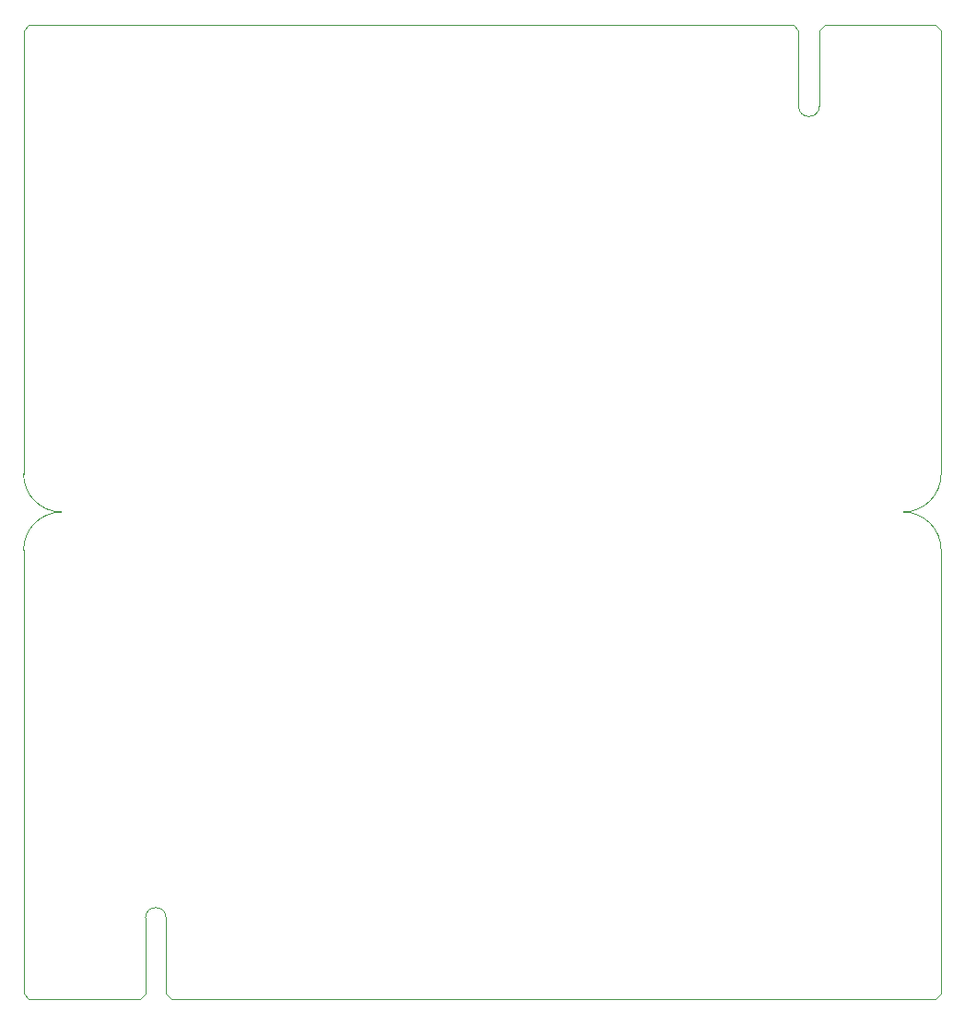
<source format=gm1>
G04 #@! TF.GenerationSoftware,KiCad,Pcbnew,(5.1.5)-3*
G04 #@! TF.CreationDate,2020-02-02T14:12:42+09:00*
G04 #@! TF.ProjectId,CAN_H-Bridge_Solo_MD_fin,43414e5f-482d-4427-9269-6467655f536f,rev?*
G04 #@! TF.SameCoordinates,Original*
G04 #@! TF.FileFunction,Profile,NP*
%FSLAX46Y46*%
G04 Gerber Fmt 4.6, Leading zero omitted, Abs format (unit mm)*
G04 Created by KiCad (PCBNEW (5.1.5)-3) date 2020-02-02 14:12:42*
%MOMM*%
%LPD*%
G04 APERTURE LIST*
%ADD10C,0.100000*%
G04 APERTURE END LIST*
D10*
X189650000Y-75450000D02*
X189650000Y-108250000D01*
X108850000Y-111750000D02*
G75*
G02X105350000Y-108250000I0J3500000D01*
G01*
X105350000Y-108250000D02*
X105350000Y-75450000D01*
X189650000Y-108250000D02*
G75*
G02X186150000Y-111750000I-3500000J0D01*
G01*
X105350000Y-148050000D02*
X105350000Y-115250000D01*
X189650000Y-115250000D02*
X189650000Y-148050000D01*
X186150000Y-111750000D02*
G75*
G02X189650000Y-115250000I0J-3500000D01*
G01*
X105350000Y-115250000D02*
G75*
G02X108850000Y-111750000I3500000J0D01*
G01*
X178450000Y-74500000D02*
X178450000Y-67550000D01*
X176550000Y-74500000D02*
X176550000Y-67550000D01*
X189650000Y-75450000D02*
X189650000Y-67550000D01*
X189150000Y-67050000D02*
X178950000Y-67050000D01*
X105350000Y-75450000D02*
X105350000Y-67550000D01*
X176050000Y-67050000D02*
X105850000Y-67050000D01*
X189650000Y-67550000D02*
X189150000Y-67050000D01*
X178450000Y-67550000D02*
X178950000Y-67050000D01*
X176550000Y-67550000D02*
X176050000Y-67050000D01*
X105350000Y-67550000D02*
X105850000Y-67050000D01*
X178450000Y-74500000D02*
G75*
G02X176550000Y-74500000I-950000J0D01*
G01*
X116550000Y-149000000D02*
X116550000Y-155950000D01*
X118450000Y-149000000D02*
X118450000Y-155950000D01*
X105350000Y-148050000D02*
X105350000Y-155950000D01*
X105850000Y-156450000D02*
X116050000Y-156450000D01*
X189650000Y-148050000D02*
X189650000Y-155950000D01*
X118950000Y-156450000D02*
X189150000Y-156450000D01*
X105350000Y-155950000D02*
X105850000Y-156450000D01*
X116550000Y-155950000D02*
X116050000Y-156450000D01*
X118450000Y-155950000D02*
X118950000Y-156450000D01*
X189650000Y-155950000D02*
X189150000Y-156450000D01*
X116550000Y-149000000D02*
G75*
G02X118450000Y-149000000I950000J0D01*
G01*
M02*

</source>
